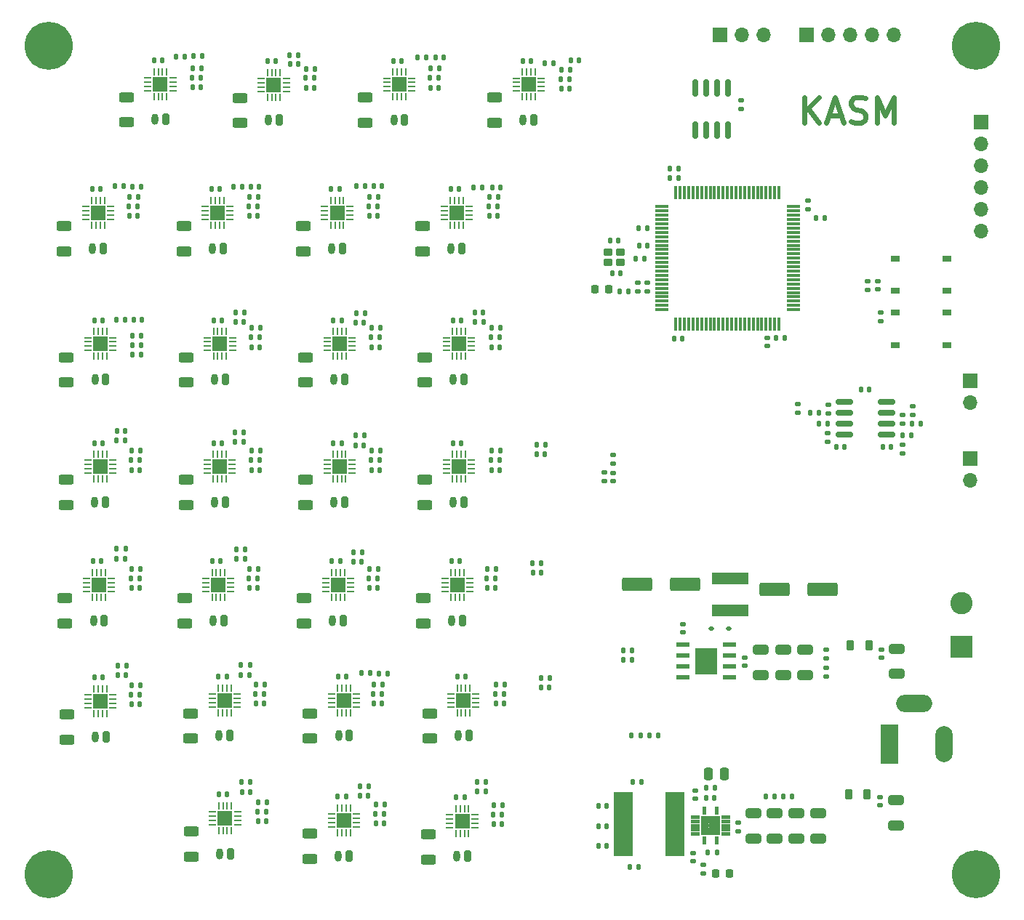
<source format=gbr>
%TF.GenerationSoftware,KiCad,Pcbnew,7.0.7*%
%TF.CreationDate,2024-01-27T11:11:08-08:00*%
%TF.ProjectId,KASM_PCB_REV1,4b41534d-5f50-4434-925f-524556312e6b,rev?*%
%TF.SameCoordinates,Original*%
%TF.FileFunction,Soldermask,Top*%
%TF.FilePolarity,Negative*%
%FSLAX46Y46*%
G04 Gerber Fmt 4.6, Leading zero omitted, Abs format (unit mm)*
G04 Created by KiCad (PCBNEW 7.0.7) date 2024-01-27 11:11:08*
%MOMM*%
%LPD*%
G01*
G04 APERTURE LIST*
G04 Aperture macros list*
%AMRoundRect*
0 Rectangle with rounded corners*
0 $1 Rounding radius*
0 $2 $3 $4 $5 $6 $7 $8 $9 X,Y pos of 4 corners*
0 Add a 4 corners polygon primitive as box body*
4,1,4,$2,$3,$4,$5,$6,$7,$8,$9,$2,$3,0*
0 Add four circle primitives for the rounded corners*
1,1,$1+$1,$2,$3*
1,1,$1+$1,$4,$5*
1,1,$1+$1,$6,$7*
1,1,$1+$1,$8,$9*
0 Add four rect primitives between the rounded corners*
20,1,$1+$1,$2,$3,$4,$5,0*
20,1,$1+$1,$4,$5,$6,$7,0*
20,1,$1+$1,$6,$7,$8,$9,0*
20,1,$1+$1,$8,$9,$2,$3,0*%
G04 Aperture macros list end*
%ADD10C,0.600000*%
%ADD11RoundRect,0.140000X0.140000X0.170000X-0.140000X0.170000X-0.140000X-0.170000X0.140000X-0.170000X0*%
%ADD12RoundRect,0.140000X-0.170000X0.140000X-0.170000X-0.140000X0.170000X-0.140000X0.170000X0.140000X0*%
%ADD13RoundRect,0.140000X0.170000X-0.140000X0.170000X0.140000X-0.170000X0.140000X-0.170000X-0.140000X0*%
%ADD14RoundRect,0.250000X-0.650000X0.325000X-0.650000X-0.325000X0.650000X-0.325000X0.650000X0.325000X0*%
%ADD15R,0.863600X0.254000*%
%ADD16R,0.254000X0.863600*%
%ADD17R,1.803400X1.803400*%
%ADD18RoundRect,0.135000X-0.135000X-0.185000X0.135000X-0.185000X0.135000X0.185000X-0.135000X0.185000X0*%
%ADD19RoundRect,0.135000X-0.185000X0.135000X-0.185000X-0.135000X0.185000X-0.135000X0.185000X0.135000X0*%
%ADD20RoundRect,0.135000X0.135000X0.185000X-0.135000X0.185000X-0.135000X-0.185000X0.135000X-0.185000X0*%
%ADD21RoundRect,0.200000X0.200000X0.450000X-0.200000X0.450000X-0.200000X-0.450000X0.200000X-0.450000X0*%
%ADD22O,0.800000X1.300000*%
%ADD23R,1.700000X1.700000*%
%ADD24O,1.700000X1.700000*%
%ADD25RoundRect,0.140000X-0.140000X-0.170000X0.140000X-0.170000X0.140000X0.170000X-0.140000X0.170000X0*%
%ADD26RoundRect,0.250000X-0.625000X0.312500X-0.625000X-0.312500X0.625000X-0.312500X0.625000X0.312500X0*%
%ADD27RoundRect,0.218750X-0.218750X-0.256250X0.218750X-0.256250X0.218750X0.256250X-0.218750X0.256250X0*%
%ADD28R,1.000000X0.750000*%
%ADD29C,5.600000*%
%ADD30RoundRect,0.150000X-0.825000X-0.150000X0.825000X-0.150000X0.825000X0.150000X-0.825000X0.150000X0*%
%ADD31R,1.550000X0.600000*%
%ADD32R,2.600000X3.100000*%
%ADD33RoundRect,0.218750X0.218750X0.256250X-0.218750X0.256250X-0.218750X-0.256250X0.218750X-0.256250X0*%
%ADD34RoundRect,0.075000X-0.725000X-0.075000X0.725000X-0.075000X0.725000X0.075000X-0.725000X0.075000X0*%
%ADD35RoundRect,0.075000X-0.075000X-0.725000X0.075000X-0.725000X0.075000X0.725000X-0.075000X0.725000X0*%
%ADD36R,0.280000X0.850000*%
%ADD37R,0.850000X0.280000*%
%ADD38C,0.600000*%
%ADD39RoundRect,0.250000X1.500000X0.550000X-1.500000X0.550000X-1.500000X-0.550000X1.500000X-0.550000X0*%
%ADD40RoundRect,0.250000X0.250000X0.475000X-0.250000X0.475000X-0.250000X-0.475000X0.250000X-0.475000X0*%
%ADD41RoundRect,0.135000X0.185000X-0.135000X0.185000X0.135000X-0.185000X0.135000X-0.185000X-0.135000X0*%
%ADD42R,2.000000X4.600000*%
%ADD43O,2.000000X4.200000*%
%ADD44O,4.200000X2.000000*%
%ADD45R,4.200000X1.400000*%
%ADD46RoundRect,0.150000X-0.150000X0.825000X-0.150000X-0.825000X0.150000X-0.825000X0.150000X0.825000X0*%
%ADD47RoundRect,0.218750X0.218750X0.381250X-0.218750X0.381250X-0.218750X-0.381250X0.218750X-0.381250X0*%
%ADD48R,2.200000X7.500000*%
%ADD49RoundRect,0.112500X0.187500X0.112500X-0.187500X0.112500X-0.187500X-0.112500X0.187500X-0.112500X0*%
%ADD50RoundRect,0.250000X-1.500000X-0.550000X1.500000X-0.550000X1.500000X0.550000X-1.500000X0.550000X0*%
%ADD51RoundRect,0.102000X-0.373000X-0.323000X0.373000X-0.323000X0.373000X0.323000X-0.373000X0.323000X0*%
%ADD52R,2.600000X2.600000*%
%ADD53C,2.600000*%
G04 APERTURE END LIST*
D10*
X156582421Y-58529657D02*
X156582421Y-55529657D01*
X158296707Y-58529657D02*
X157010993Y-56815371D01*
X158296707Y-55529657D02*
X156582421Y-57243942D01*
X159439564Y-57672514D02*
X160868136Y-57672514D01*
X159153850Y-58529657D02*
X160153850Y-55529657D01*
X160153850Y-55529657D02*
X161153850Y-58529657D01*
X162010993Y-58386800D02*
X162439565Y-58529657D01*
X162439565Y-58529657D02*
X163153850Y-58529657D01*
X163153850Y-58529657D02*
X163439565Y-58386800D01*
X163439565Y-58386800D02*
X163582422Y-58243942D01*
X163582422Y-58243942D02*
X163725279Y-57958228D01*
X163725279Y-57958228D02*
X163725279Y-57672514D01*
X163725279Y-57672514D02*
X163582422Y-57386800D01*
X163582422Y-57386800D02*
X163439565Y-57243942D01*
X163439565Y-57243942D02*
X163153850Y-57101085D01*
X163153850Y-57101085D02*
X162582422Y-56958228D01*
X162582422Y-56958228D02*
X162296707Y-56815371D01*
X162296707Y-56815371D02*
X162153850Y-56672514D01*
X162153850Y-56672514D02*
X162010993Y-56386800D01*
X162010993Y-56386800D02*
X162010993Y-56101085D01*
X162010993Y-56101085D02*
X162153850Y-55815371D01*
X162153850Y-55815371D02*
X162296707Y-55672514D01*
X162296707Y-55672514D02*
X162582422Y-55529657D01*
X162582422Y-55529657D02*
X163296707Y-55529657D01*
X163296707Y-55529657D02*
X163725279Y-55672514D01*
X165010993Y-58529657D02*
X165010993Y-55529657D01*
X165010993Y-55529657D02*
X166010993Y-57672514D01*
X166010993Y-57672514D02*
X167010993Y-55529657D01*
X167010993Y-55529657D02*
X167010993Y-58529657D01*
%TO.C,U2*%
G36*
X147923944Y-141608953D02*
G01*
X146934057Y-141608953D01*
X146934057Y-141189046D01*
X147923944Y-141189046D01*
X147923944Y-141608953D01*
G37*
G36*
X147923944Y-141108952D02*
G01*
X146934057Y-141108952D01*
X146934057Y-140689044D01*
X147923944Y-140689044D01*
X147923944Y-141108952D01*
G37*
G36*
X147923944Y-140608953D02*
G01*
X146934057Y-140608953D01*
X146934057Y-140189045D01*
X147923944Y-140189045D01*
X147923944Y-140608953D01*
G37*
G36*
X147923944Y-140108954D02*
G01*
X146934057Y-140108954D01*
X146934057Y-139689046D01*
X147923944Y-139689046D01*
X147923944Y-140108954D01*
G37*
G36*
X147923944Y-139608952D02*
G01*
X146934057Y-139608952D01*
X146934057Y-139189045D01*
X147923944Y-139189045D01*
X147923944Y-139608952D01*
G37*
G36*
X146748501Y-141487499D02*
G01*
X146253701Y-141487499D01*
X146253701Y-139310499D01*
X146748501Y-139310499D01*
X146748501Y-141487499D01*
G37*
G36*
X146748501Y-141487499D02*
G01*
X144571501Y-141487499D01*
X144571501Y-140992699D01*
X146748501Y-140992699D01*
X146748501Y-141487499D01*
G37*
G36*
X146748501Y-140592699D02*
G01*
X144571501Y-140592699D01*
X144571501Y-140205299D01*
X146748501Y-140205299D01*
X146748501Y-140592699D01*
G37*
G36*
X146748501Y-139805299D02*
G01*
X144571501Y-139805299D01*
X144571501Y-139310499D01*
X146748501Y-139310499D01*
X146748501Y-139805299D01*
G37*
G36*
X146619956Y-142624941D02*
G01*
X146200048Y-142624941D01*
X146200048Y-141635057D01*
X146619956Y-141635057D01*
X146619956Y-142624941D01*
G37*
G36*
X146619956Y-139162941D02*
G01*
X146200048Y-139162941D01*
X146200048Y-138173057D01*
X146619956Y-138173057D01*
X146619956Y-139162941D01*
G37*
G36*
X145853701Y-141487499D02*
G01*
X145466301Y-141487499D01*
X145466301Y-139310499D01*
X145853701Y-139310499D01*
X145853701Y-141487499D01*
G37*
G36*
X145119954Y-142624941D02*
G01*
X144700046Y-142624941D01*
X144700046Y-141635057D01*
X145119954Y-141635057D01*
X145119954Y-142624941D01*
G37*
G36*
X145119954Y-139162941D02*
G01*
X144700046Y-139162941D01*
X144700046Y-138173057D01*
X145119954Y-138173057D01*
X145119954Y-139162941D01*
G37*
G36*
X145066301Y-141487499D02*
G01*
X144571501Y-141487499D01*
X144571501Y-139310499D01*
X145066301Y-139310499D01*
X145066301Y-141487499D01*
G37*
G36*
X144385945Y-141608953D02*
G01*
X143396058Y-141608953D01*
X143396058Y-141189046D01*
X144385945Y-141189046D01*
X144385945Y-141608953D01*
G37*
G36*
X144385945Y-141108952D02*
G01*
X143396058Y-141108952D01*
X143396058Y-140689044D01*
X144385945Y-140689044D01*
X144385945Y-141108952D01*
G37*
G36*
X144385945Y-140608953D02*
G01*
X143396058Y-140608953D01*
X143396058Y-140189045D01*
X144385945Y-140189045D01*
X144385945Y-140608953D01*
G37*
G36*
X144385945Y-140108954D02*
G01*
X143396058Y-140108954D01*
X143396058Y-139689046D01*
X144385945Y-139689046D01*
X144385945Y-140108954D01*
G37*
G36*
X144385945Y-139608952D02*
G01*
X143396058Y-139608952D01*
X143396058Y-139189045D01*
X144385945Y-139189045D01*
X144385945Y-139608952D01*
G37*
%TD*%
D11*
%TO.C,C76*%
X166697600Y-96316800D03*
X165737600Y-96316800D03*
%TD*%
%TO.C,C75*%
X161262000Y-96266000D03*
X160302000Y-96266000D03*
%TD*%
D12*
%TO.C,C74*%
X169164000Y-92529600D03*
X169164000Y-91569600D03*
%TD*%
D13*
%TO.C,C73*%
X155803600Y-91315600D03*
X155803600Y-92275600D03*
%TD*%
D14*
%TO.C,C43*%
X167208200Y-137437600D03*
X167208200Y-140387600D03*
%TD*%
%TO.C,C41*%
X167335200Y-119784600D03*
X167335200Y-122734600D03*
%TD*%
D15*
%TO.C,U39*%
X87097326Y-83544627D03*
X87097326Y-84044753D03*
X87097326Y-84544879D03*
X87097326Y-85045005D03*
D16*
X87794937Y-85742616D03*
X88295063Y-85742616D03*
X88795189Y-85742616D03*
X89295315Y-85742616D03*
D15*
X89992926Y-85045005D03*
X89992926Y-84544879D03*
X89992926Y-84044753D03*
X89992926Y-83544627D03*
D16*
X89295315Y-82847016D03*
X88795189Y-82847016D03*
X88295063Y-82847016D03*
X87794937Y-82847016D03*
D17*
X88545126Y-84294816D03*
%TD*%
D18*
%TO.C,R134*%
X106172000Y-96744200D03*
X107192000Y-96744200D03*
%TD*%
D19*
%TO.C,R24*%
X134355600Y-97205800D03*
X134355600Y-98225800D03*
%TD*%
D18*
%TO.C,R28*%
X104412000Y-65869600D03*
X105432000Y-65869600D03*
%TD*%
D20*
%TO.C,R27*%
X125958600Y-109822200D03*
X124938600Y-109822200D03*
%TD*%
D21*
%TO.C,J38*%
X116974726Y-88409616D03*
D22*
X115724726Y-88409616D03*
%TD*%
D15*
%TO.C,U49*%
X115456510Y-125068611D03*
X115456510Y-125568737D03*
X115456510Y-126068863D03*
X115456510Y-126568989D03*
D16*
X116154121Y-127266600D03*
X116654247Y-127266600D03*
X117154373Y-127266600D03*
X117654499Y-127266600D03*
D15*
X118352110Y-126568989D03*
X118352110Y-126068863D03*
X118352110Y-125568737D03*
X118352110Y-125068611D03*
D16*
X117654499Y-124371000D03*
X117154373Y-124371000D03*
X116654247Y-124371000D03*
X116154121Y-124371000D03*
D17*
X116904310Y-125818800D03*
%TD*%
D15*
%TO.C,U40*%
X73179452Y-97848211D03*
X73179452Y-98348337D03*
X73179452Y-98848463D03*
X73179452Y-99348589D03*
D16*
X73877063Y-100046200D03*
X74377189Y-100046200D03*
X74877315Y-100046200D03*
X75377441Y-100046200D03*
D15*
X76075052Y-99348589D03*
X76075052Y-98848463D03*
X76075052Y-98348337D03*
X76075052Y-97848211D03*
D16*
X75377441Y-97150600D03*
X74877315Y-97150600D03*
X74377189Y-97150600D03*
X73877063Y-97150600D03*
D17*
X74627252Y-98598400D03*
%TD*%
D23*
%TO.C,J7*%
X146735800Y-48260000D03*
D24*
X149275800Y-48260000D03*
X151815800Y-48260000D03*
%TD*%
D25*
%TO.C,C24*%
X137340400Y-72872600D03*
X138300400Y-72872600D03*
%TD*%
D11*
%TO.C,C22*%
X142364400Y-83642200D03*
X141404400Y-83642200D03*
%TD*%
D21*
%TO.C,J44*%
X89146852Y-102713200D03*
D22*
X87896852Y-102713200D03*
%TD*%
D15*
%TO.C,U34*%
X101519488Y-139047011D03*
X101519488Y-139547137D03*
X101519488Y-140047263D03*
X101519488Y-140547389D03*
D16*
X102217099Y-141245000D03*
X102717225Y-141245000D03*
X103217351Y-141245000D03*
X103717477Y-141245000D03*
D15*
X104415088Y-140547389D03*
X104415088Y-140047263D03*
X104415088Y-139547137D03*
X104415088Y-139047011D03*
D16*
X103717477Y-138349400D03*
X103217351Y-138349400D03*
X102717225Y-138349400D03*
X102217099Y-138349400D03*
D17*
X102967288Y-139797200D03*
%TD*%
D25*
%TO.C,C71*%
X113616800Y-50927000D03*
X114576800Y-50927000D03*
%TD*%
%TO.C,C59*%
X107085800Y-122716400D03*
X108045800Y-122716400D03*
%TD*%
D26*
%TO.C,R147*%
X98322800Y-113913490D03*
X98322800Y-116838490D03*
%TD*%
D14*
%TO.C,C9*%
X158191200Y-138933400D03*
X158191200Y-141883400D03*
%TD*%
D18*
%TO.C,R139*%
X106146600Y-83532816D03*
X107166600Y-83532816D03*
%TD*%
D20*
%TO.C,R37*%
X97690400Y-50647600D03*
X96670400Y-50647600D03*
%TD*%
D11*
%TO.C,C134*%
X74623297Y-66255594D03*
X73663297Y-66255594D03*
%TD*%
D25*
%TO.C,C57*%
X104091800Y-109651800D03*
X105051800Y-109651800D03*
%TD*%
D27*
%TO.C,D2*%
X146278500Y-145971000D03*
X147853500Y-145971000D03*
%TD*%
D18*
%TO.C,R133*%
X106146600Y-97836400D03*
X107166600Y-97836400D03*
%TD*%
%TO.C,R136*%
X92176600Y-97836400D03*
X93196600Y-97836400D03*
%TD*%
%TO.C,R182*%
X128261463Y-52324000D03*
X129281463Y-52324000D03*
%TD*%
D28*
%TO.C,SW1*%
X167180000Y-74325000D03*
X173180000Y-74325000D03*
X167180000Y-78075000D03*
X173180000Y-78075000D03*
%TD*%
D18*
%TO.C,R164*%
X119888000Y-67169994D03*
X120908000Y-67169994D03*
%TD*%
D25*
%TO.C,C65*%
X91094400Y-136465200D03*
X92054400Y-136465200D03*
%TD*%
D18*
%TO.C,R142*%
X106400600Y-125044200D03*
X107420600Y-125044200D03*
%TD*%
D11*
%TO.C,C117*%
X107394537Y-126161800D03*
X106434537Y-126161800D03*
%TD*%
D25*
%TO.C,C66*%
X76527600Y-109305200D03*
X77487600Y-109305200D03*
%TD*%
D26*
%TO.C,R159*%
X85125847Y-127353501D03*
X85125847Y-130278501D03*
%TD*%
D15*
%TO.C,U56*%
X114743463Y-111628600D03*
X114743463Y-112128726D03*
X114743463Y-112628852D03*
X114743463Y-113128978D03*
D16*
X115441074Y-113826589D03*
X115941200Y-113826589D03*
X116441326Y-113826589D03*
X116941452Y-113826589D03*
D15*
X117639063Y-113128978D03*
X117639063Y-112628852D03*
X117639063Y-112128726D03*
X117639063Y-111628600D03*
D16*
X116941452Y-110930989D03*
X116441326Y-110930989D03*
X115941200Y-110930989D03*
X115441074Y-110930989D03*
D17*
X116191263Y-112378789D03*
%TD*%
D29*
%TO.C,H2*%
X68580000Y-146050000D03*
%TD*%
D11*
%TO.C,C118*%
X117003663Y-137106155D03*
X116043663Y-137106155D03*
%TD*%
%TO.C,C138*%
X102443297Y-66255594D03*
X101483297Y-66255594D03*
%TD*%
D13*
%TO.C,C29*%
X138303000Y-78127800D03*
X138303000Y-77167800D03*
%TD*%
D21*
%TO.C,J8*%
X75260474Y-130043600D03*
D22*
X74010474Y-130043600D03*
%TD*%
D21*
%TO.C,J40*%
X89752063Y-143658000D03*
D22*
X88502063Y-143658000D03*
%TD*%
D18*
%TO.C,R109*%
X113004600Y-53305800D03*
X114024600Y-53305800D03*
%TD*%
D26*
%TO.C,R165*%
X70676663Y-85829517D03*
X70676663Y-88754517D03*
%TD*%
D12*
%TO.C,C30*%
X137185400Y-77167800D03*
X137185400Y-78127800D03*
%TD*%
D18*
%TO.C,R116*%
X91948000Y-110524589D03*
X92968000Y-110524589D03*
%TD*%
D11*
%TO.C,C33*%
X134896800Y-72212200D03*
X133936800Y-72212200D03*
%TD*%
D15*
%TO.C,U55*%
X100744097Y-68274005D03*
X100744097Y-68774131D03*
X100744097Y-69274257D03*
X100744097Y-69774383D03*
D16*
X101441708Y-70471994D03*
X101941834Y-70471994D03*
X102441960Y-70471994D03*
X102942086Y-70471994D03*
D15*
X103639697Y-69774383D03*
X103639697Y-69274257D03*
X103639697Y-68774131D03*
X103639697Y-68274005D03*
D16*
X102942086Y-67576394D03*
X102441960Y-67576394D03*
X101941834Y-67576394D03*
X101441708Y-67576394D03*
D17*
X102191897Y-69024194D03*
%TD*%
D25*
%TO.C,C60*%
X104320400Y-81813400D03*
X105280400Y-81813400D03*
%TD*%
D30*
%TO.C,U4*%
X161208000Y-91054233D03*
X161208000Y-92324233D03*
X161208000Y-93594233D03*
X161208000Y-94864233D03*
X166158000Y-94864233D03*
X166158000Y-93594233D03*
X166158000Y-92324233D03*
X166158000Y-91054233D03*
%TD*%
D23*
%TO.C,J5*%
X177165000Y-58420000D03*
D24*
X177165000Y-60960000D03*
X177165000Y-63500000D03*
X177165000Y-66040000D03*
X177165000Y-68580000D03*
X177165000Y-71120000D03*
%TD*%
D25*
%TO.C,C72*%
X85496400Y-50774600D03*
X86456400Y-50774600D03*
%TD*%
D18*
%TO.C,R131*%
X78232000Y-96744200D03*
X79252000Y-96744200D03*
%TD*%
D26*
%TO.C,R120*%
X70502800Y-113913490D03*
X70502800Y-116838490D03*
%TD*%
D18*
%TO.C,R33*%
X78206600Y-125166800D03*
X79226600Y-125166800D03*
%TD*%
%TO.C,R30*%
X76310000Y-65929400D03*
X77330000Y-65929400D03*
%TD*%
D15*
%TO.C,U37*%
X73013463Y-111628600D03*
X73013463Y-112128726D03*
X73013463Y-112628852D03*
X73013463Y-113128978D03*
D16*
X73711074Y-113826589D03*
X74211200Y-113826589D03*
X74711326Y-113826589D03*
X75211452Y-113826589D03*
D15*
X75909063Y-113128978D03*
X75909063Y-112628852D03*
X75909063Y-112128726D03*
X75909063Y-111628600D03*
D16*
X75211452Y-110930989D03*
X74711326Y-110930989D03*
X74211200Y-110930989D03*
X73711074Y-110930989D03*
D17*
X74461263Y-112378789D03*
%TD*%
D20*
%TO.C,R39*%
X126443200Y-96037400D03*
X125423200Y-96037400D03*
%TD*%
D31*
%TO.C,U1*%
X142426000Y-119351200D03*
X142426000Y-120621200D03*
X142426000Y-121891200D03*
X142426000Y-123161200D03*
X147826000Y-123161200D03*
X147826000Y-121891200D03*
X147826000Y-120621200D03*
X147826000Y-119351200D03*
D32*
X145126000Y-121256200D03*
%TD*%
D11*
%TO.C,C111*%
X107140537Y-98954000D03*
X106180537Y-98954000D03*
%TD*%
D25*
%TO.C,C58*%
X118523600Y-136423400D03*
X119483600Y-136423400D03*
%TD*%
D21*
%TO.C,J35*%
X110046663Y-58182600D03*
D22*
X108796663Y-58182600D03*
%TD*%
D19*
%TO.C,R19*%
X168026400Y-92576233D03*
X168026400Y-93596233D03*
%TD*%
D29*
%TO.C,H4*%
X176530000Y-146050000D03*
%TD*%
D18*
%TO.C,R118*%
X120116600Y-83532816D03*
X121136600Y-83532816D03*
%TD*%
D11*
%TO.C,C95*%
X113998537Y-54423400D03*
X113038537Y-54423400D03*
%TD*%
D21*
%TO.C,J13*%
X82215863Y-58125574D03*
D22*
X80965863Y-58125574D03*
%TD*%
D25*
%TO.C,C52*%
X120246200Y-66040000D03*
X121206200Y-66040000D03*
%TD*%
D11*
%TO.C,C112*%
X88788652Y-95829800D03*
X87828652Y-95829800D03*
%TD*%
%TO.C,C135*%
X78946537Y-69379794D03*
X77986537Y-69379794D03*
%TD*%
D20*
%TO.C,R12*%
X136120600Y-78155800D03*
X135100600Y-78155800D03*
%TD*%
D11*
%TO.C,C110*%
X102698652Y-95829800D03*
X101738652Y-95829800D03*
%TD*%
%TO.C,C125*%
X99520537Y-54432200D03*
X98560537Y-54432200D03*
%TD*%
D18*
%TO.C,R128*%
X92202000Y-82440616D03*
X93222000Y-82440616D03*
%TD*%
D20*
%TO.C,R36*%
X126951200Y-123190000D03*
X125931200Y-123190000D03*
%TD*%
D11*
%TO.C,C101*%
X121110537Y-84650416D03*
X120150537Y-84650416D03*
%TD*%
D18*
%TO.C,R2*%
X135507000Y-120015000D03*
X136527000Y-120015000D03*
%TD*%
D33*
%TO.C,L3*%
X133807300Y-77927200D03*
X132232300Y-77927200D03*
%TD*%
D21*
%TO.C,J48*%
X102890863Y-116493589D03*
D22*
X101640863Y-116493589D03*
%TD*%
D15*
%TO.C,U12*%
X107989263Y-53317611D03*
X107989263Y-53817737D03*
X107989263Y-54317863D03*
X107989263Y-54817989D03*
D16*
X108686874Y-55515600D03*
X109187000Y-55515600D03*
X109687126Y-55515600D03*
X110187252Y-55515600D03*
D15*
X110884863Y-54817989D03*
X110884863Y-54317863D03*
X110884863Y-53817737D03*
X110884863Y-53317611D03*
D16*
X110187252Y-52620000D03*
X109687126Y-52620000D03*
X109187000Y-52620000D03*
X108686874Y-52620000D03*
D17*
X109437063Y-54067800D03*
%TD*%
D11*
%TO.C,C130*%
X116353297Y-66255594D03*
X115393297Y-66255594D03*
%TD*%
D18*
%TO.C,R56*%
X111554800Y-50927000D03*
X112574800Y-50927000D03*
%TD*%
D20*
%TO.C,R55*%
X77647800Y-121793000D03*
X76627800Y-121793000D03*
%TD*%
D13*
%TO.C,C21*%
X149174200Y-56893400D03*
X149174200Y-55933400D03*
%TD*%
D20*
%TO.C,R8*%
X153087800Y-137004800D03*
X152067800Y-137004800D03*
%TD*%
D18*
%TO.C,R125*%
X92964000Y-137668000D03*
X93984000Y-137668000D03*
%TD*%
D19*
%TO.C,R1*%
X159131000Y-119936800D03*
X159131000Y-120956800D03*
%TD*%
D25*
%TO.C,C69*%
X104833000Y-136915000D03*
X105793000Y-136915000D03*
%TD*%
D34*
%TO.C,U6*%
X139949800Y-68295000D03*
X139949800Y-68795000D03*
X139949800Y-69295000D03*
X139949800Y-69795000D03*
X139949800Y-70295000D03*
X139949800Y-70795000D03*
X139949800Y-71295000D03*
X139949800Y-71795000D03*
X139949800Y-72295000D03*
X139949800Y-72795000D03*
X139949800Y-73295000D03*
X139949800Y-73795000D03*
X139949800Y-74295000D03*
X139949800Y-74795000D03*
X139949800Y-75295000D03*
X139949800Y-75795000D03*
X139949800Y-76295000D03*
X139949800Y-76795000D03*
X139949800Y-77295000D03*
X139949800Y-77795000D03*
X139949800Y-78295000D03*
X139949800Y-78795000D03*
X139949800Y-79295000D03*
X139949800Y-79795000D03*
X139949800Y-80295000D03*
D35*
X141624800Y-81970000D03*
X142124800Y-81970000D03*
X142624800Y-81970000D03*
X143124800Y-81970000D03*
X143624800Y-81970000D03*
X144124800Y-81970000D03*
X144624800Y-81970000D03*
X145124800Y-81970000D03*
X145624800Y-81970000D03*
X146124800Y-81970000D03*
X146624800Y-81970000D03*
X147124800Y-81970000D03*
X147624800Y-81970000D03*
X148124800Y-81970000D03*
X148624800Y-81970000D03*
X149124800Y-81970000D03*
X149624800Y-81970000D03*
X150124800Y-81970000D03*
X150624800Y-81970000D03*
X151124800Y-81970000D03*
X151624800Y-81970000D03*
X152124800Y-81970000D03*
X152624800Y-81970000D03*
X153124800Y-81970000D03*
X153624800Y-81970000D03*
D34*
X155299800Y-80295000D03*
X155299800Y-79795000D03*
X155299800Y-79295000D03*
X155299800Y-78795000D03*
X155299800Y-78295000D03*
X155299800Y-77795000D03*
X155299800Y-77295000D03*
X155299800Y-76795000D03*
X155299800Y-76295000D03*
X155299800Y-75795000D03*
X155299800Y-75295000D03*
X155299800Y-74795000D03*
X155299800Y-74295000D03*
X155299800Y-73795000D03*
X155299800Y-73295000D03*
X155299800Y-72795000D03*
X155299800Y-72295000D03*
X155299800Y-71795000D03*
X155299800Y-71295000D03*
X155299800Y-70795000D03*
X155299800Y-70295000D03*
X155299800Y-69795000D03*
X155299800Y-69295000D03*
X155299800Y-68795000D03*
X155299800Y-68295000D03*
D35*
X153624800Y-66620000D03*
X153124800Y-66620000D03*
X152624800Y-66620000D03*
X152124800Y-66620000D03*
X151624800Y-66620000D03*
X151124800Y-66620000D03*
X150624800Y-66620000D03*
X150124800Y-66620000D03*
X149624800Y-66620000D03*
X149124800Y-66620000D03*
X148624800Y-66620000D03*
X148124800Y-66620000D03*
X147624800Y-66620000D03*
X147124800Y-66620000D03*
X146624800Y-66620000D03*
X146124800Y-66620000D03*
X145624800Y-66620000D03*
X145124800Y-66620000D03*
X144624800Y-66620000D03*
X144124800Y-66620000D03*
X143624800Y-66620000D03*
X143124800Y-66620000D03*
X142624800Y-66620000D03*
X142124800Y-66620000D03*
X141624800Y-66620000D03*
%TD*%
D20*
%TO.C,R47*%
X105337800Y-94945200D03*
X104317800Y-94945200D03*
%TD*%
D11*
%TO.C,C99*%
X92916537Y-112734389D03*
X91956537Y-112734389D03*
%TD*%
%TO.C,C27*%
X141907200Y-63830200D03*
X140947200Y-63830200D03*
%TD*%
D18*
%TO.C,R57*%
X83433600Y-50783600D03*
X84453600Y-50783600D03*
%TD*%
D26*
%TO.C,R138*%
X98496663Y-85829517D03*
X98496663Y-88754517D03*
%TD*%
%TO.C,R168*%
X70413434Y-70558895D03*
X70413434Y-73483895D03*
%TD*%
D18*
%TO.C,R29*%
X90091800Y-66014600D03*
X91111800Y-66014600D03*
%TD*%
D20*
%TO.C,R46*%
X91315000Y-94615000D03*
X90295000Y-94615000D03*
%TD*%
D14*
%TO.C,C4*%
X156692600Y-119937000D03*
X156692600Y-122887000D03*
%TD*%
D21*
%TO.C,J43*%
X103056852Y-102713200D03*
D22*
X101806852Y-102713200D03*
%TD*%
D18*
%TO.C,R157*%
X120624600Y-125044200D03*
X121644600Y-125044200D03*
%TD*%
D26*
%TO.C,R132*%
X98488789Y-100133101D03*
X98488789Y-103058101D03*
%TD*%
D11*
%TO.C,C67*%
X119174200Y-80594200D03*
X118214200Y-80594200D03*
%TD*%
D36*
%TO.C,U2*%
X146410002Y-142129999D03*
D37*
X147429002Y-141399000D03*
X147429002Y-140898998D03*
X147429002Y-140398999D03*
X147429002Y-139899000D03*
X147429002Y-139398998D03*
D36*
X146410002Y-138667999D03*
X144910000Y-138667999D03*
D37*
X143891000Y-139398998D03*
X143891000Y-139899000D03*
X143891000Y-140398999D03*
X143891000Y-140898998D03*
X143891000Y-141399000D03*
D36*
X144910000Y-142129999D03*
D38*
X146053701Y-140792699D03*
X146053701Y-140005299D03*
X145266301Y-140792699D03*
X145266301Y-140005299D03*
%TD*%
D15*
%TO.C,U47*%
X114909452Y-97848211D03*
X114909452Y-98348337D03*
X114909452Y-98848463D03*
X114909452Y-99348589D03*
D16*
X115607063Y-100046200D03*
X116107189Y-100046200D03*
X116607315Y-100046200D03*
X117107441Y-100046200D03*
D15*
X117805052Y-99348589D03*
X117805052Y-98848463D03*
X117805052Y-98348337D03*
X117805052Y-97848211D03*
D16*
X117107441Y-97150600D03*
X116607315Y-97150600D03*
X116107189Y-97150600D03*
X115607063Y-97150600D03*
D17*
X116357252Y-98598400D03*
%TD*%
D26*
%TO.C,R111*%
X99008825Y-141331901D03*
X99008825Y-144256901D03*
%TD*%
D18*
%TO.C,R152*%
X120142000Y-96744200D03*
X121162000Y-96744200D03*
%TD*%
D19*
%TO.C,R6*%
X144780000Y-144953000D03*
X144780000Y-145973000D03*
%TD*%
D12*
%TO.C,C12*%
X143611600Y-143586000D03*
X143611600Y-144546000D03*
%TD*%
D21*
%TO.C,J52*%
X89693910Y-129933600D03*
D22*
X88443910Y-129933600D03*
%TD*%
D25*
%TO.C,C62*%
X104327800Y-96088200D03*
X105287800Y-96088200D03*
%TD*%
D18*
%TO.C,R21*%
X167999000Y-94889633D03*
X169019000Y-94889633D03*
%TD*%
%TO.C,R161*%
X92710000Y-123964600D03*
X93730000Y-123964600D03*
%TD*%
D11*
%TO.C,C116*%
X103245710Y-123050200D03*
X102285710Y-123050200D03*
%TD*%
%TO.C,C128*%
X89335710Y-123050200D03*
X88375710Y-123050200D03*
%TD*%
%TO.C,C114*%
X102706526Y-81526216D03*
X101746526Y-81526216D03*
%TD*%
%TO.C,C14*%
X133576000Y-138147800D03*
X132616000Y-138147800D03*
%TD*%
D21*
%TO.C,J50*%
X95423488Y-58208000D03*
D22*
X94173488Y-58208000D03*
%TD*%
D11*
%TO.C,C127*%
X121618537Y-126161800D03*
X120658537Y-126161800D03*
%TD*%
%TO.C,C123*%
X121110537Y-98954000D03*
X120150537Y-98954000D03*
%TD*%
D20*
%TO.C,R23*%
X127408400Y-51587400D03*
X126388400Y-51587400D03*
%TD*%
D15*
%TO.C,U36*%
X114917326Y-83544627D03*
X114917326Y-84044753D03*
X114917326Y-84544879D03*
X114917326Y-85045005D03*
D16*
X115614937Y-85742616D03*
X116115063Y-85742616D03*
X116615189Y-85742616D03*
X117115315Y-85742616D03*
D15*
X117812926Y-85045005D03*
X117812926Y-84544879D03*
X117812926Y-84044753D03*
X117812926Y-83544627D03*
D16*
X117115315Y-82847016D03*
X116615189Y-82847016D03*
X116115063Y-82847016D03*
X115614937Y-82847016D03*
D17*
X116365126Y-84294816D03*
%TD*%
D18*
%TO.C,R43*%
X105052400Y-122656600D03*
X106072400Y-122656600D03*
%TD*%
%TO.C,R7*%
X136470200Y-129867400D03*
X137490200Y-129867400D03*
%TD*%
%TO.C,R176*%
X105918000Y-67169994D03*
X106938000Y-67169994D03*
%TD*%
D12*
%TO.C,C38*%
X134355600Y-99293200D03*
X134355600Y-100253200D03*
%TD*%
%TO.C,C32*%
X165100000Y-76970000D03*
X165100000Y-77930000D03*
%TD*%
D18*
%TO.C,R34*%
X118082600Y-66040000D03*
X119102600Y-66040000D03*
%TD*%
%TO.C,R178*%
X119608600Y-111616789D03*
X120628600Y-111616789D03*
%TD*%
D20*
%TO.C,R44*%
X105412000Y-80721200D03*
X104392000Y-80721200D03*
%TD*%
D25*
%TO.C,C49*%
X78384400Y-65938400D03*
X79344400Y-65938400D03*
%TD*%
D21*
%TO.C,J56*%
X88891497Y-73138994D03*
D22*
X87641497Y-73138994D03*
%TD*%
D26*
%TO.C,R162*%
X112143434Y-70558895D03*
X112143434Y-73483895D03*
%TD*%
D18*
%TO.C,R166*%
X78357000Y-84429600D03*
X79377000Y-84429600D03*
%TD*%
D23*
%TO.C,J3*%
X175900000Y-97678233D03*
D24*
X175900000Y-100218233D03*
%TD*%
D12*
%TO.C,C44*%
X165354000Y-137061000D03*
X165354000Y-138021000D03*
%TD*%
D39*
%TO.C,C7*%
X142697200Y-112318800D03*
X137097200Y-112318800D03*
%TD*%
D21*
%TO.C,J37*%
X88980863Y-116493589D03*
D22*
X87730863Y-116493589D03*
%TD*%
D18*
%TO.C,R113*%
X106680000Y-137943000D03*
X107700000Y-137943000D03*
%TD*%
D26*
%TO.C,R141*%
X99035847Y-127353501D03*
X99035847Y-130278501D03*
%TD*%
D25*
%TO.C,C64*%
X90370600Y-81686400D03*
X91330600Y-81686400D03*
%TD*%
D19*
%TO.C,R22*%
X168051800Y-96005233D03*
X168051800Y-97025233D03*
%TD*%
D26*
%TO.C,R177*%
X112232800Y-113913490D03*
X112232800Y-116838490D03*
%TD*%
D11*
%TO.C,C139*%
X106886537Y-69379794D03*
X105926537Y-69379794D03*
%TD*%
D25*
%TO.C,C13*%
X136629200Y-135277600D03*
X137589200Y-135277600D03*
%TD*%
D21*
%TO.C,J54*%
X75244726Y-88409616D03*
D22*
X73994726Y-88409616D03*
%TD*%
D21*
%TO.C,J41*%
X89154726Y-88409616D03*
D22*
X87904726Y-88409616D03*
%TD*%
D18*
%TO.C,R32*%
X76502800Y-81457800D03*
X77522800Y-81457800D03*
%TD*%
D11*
%TO.C,C137*%
X92916537Y-69379794D03*
X91956537Y-69379794D03*
%TD*%
D25*
%TO.C,C45*%
X124985400Y-110896400D03*
X125945400Y-110896400D03*
%TD*%
D14*
%TO.C,C3*%
X154127200Y-119937000D03*
X154127200Y-122887000D03*
%TD*%
D25*
%TO.C,C54*%
X125935800Y-124282200D03*
X126895800Y-124282200D03*
%TD*%
D18*
%TO.C,R11*%
X145133600Y-136014200D03*
X146153600Y-136014200D03*
%TD*%
%TO.C,R158*%
X120650000Y-123952000D03*
X121670000Y-123952000D03*
%TD*%
D11*
%TO.C,C107*%
X93170537Y-84650416D03*
X92210537Y-84650416D03*
%TD*%
D13*
%TO.C,C18*%
X143916400Y-137281600D03*
X143916400Y-136321600D03*
%TD*%
D15*
%TO.C,U35*%
X86923463Y-111628600D03*
X86923463Y-112128726D03*
X86923463Y-112628852D03*
X86923463Y-113128978D03*
D16*
X87621074Y-113826589D03*
X88121200Y-113826589D03*
X88621326Y-113826589D03*
X89121452Y-113826589D03*
D15*
X89819063Y-113128978D03*
X89819063Y-112628852D03*
X89819063Y-112128726D03*
X89819063Y-111628600D03*
D16*
X89121452Y-110930989D03*
X88621326Y-110930989D03*
X88121200Y-110930989D03*
X87621074Y-110930989D03*
D17*
X88371263Y-112378789D03*
%TD*%
D11*
%TO.C,C120*%
X102532663Y-109610189D03*
X101572663Y-109610189D03*
%TD*%
D15*
%TO.C,U52*%
X73187326Y-83544627D03*
X73187326Y-84044753D03*
X73187326Y-84544879D03*
X73187326Y-85045005D03*
D16*
X73884937Y-85742616D03*
X74385063Y-85742616D03*
X74885189Y-85742616D03*
X75385315Y-85742616D03*
D15*
X76082926Y-85045005D03*
X76082926Y-84544879D03*
X76082926Y-84044753D03*
X76082926Y-83544627D03*
D16*
X75385315Y-82847016D03*
X74885189Y-82847016D03*
X74385063Y-82847016D03*
X73884937Y-82847016D03*
D17*
X74635126Y-84294816D03*
%TD*%
D15*
%TO.C,U53*%
X72924097Y-68274005D03*
X72924097Y-68774131D03*
X72924097Y-69274257D03*
X72924097Y-69774383D03*
D16*
X73621708Y-70471994D03*
X74121834Y-70471994D03*
X74621960Y-70471994D03*
X75122086Y-70471994D03*
D15*
X75819697Y-69774383D03*
X75819697Y-69274257D03*
X75819697Y-68774131D03*
X75819697Y-68274005D03*
D16*
X75122086Y-67576394D03*
X74621960Y-67576394D03*
X74121834Y-67576394D03*
X73621708Y-67576394D03*
D17*
X74371897Y-69024194D03*
%TD*%
D12*
%TO.C,C93*%
X148844000Y-140080800D03*
X148844000Y-141040800D03*
%TD*%
D25*
%TO.C,C34*%
X134241600Y-76047600D03*
X135201600Y-76047600D03*
%TD*%
D18*
%TO.C,R172*%
X91922600Y-68262194D03*
X92942600Y-68262194D03*
%TD*%
D11*
%TO.C,C96*%
X103218688Y-137028600D03*
X102258688Y-137028600D03*
%TD*%
D25*
%TO.C,C53*%
X90988000Y-122834400D03*
X91948000Y-122834400D03*
%TD*%
D11*
%TO.C,C98*%
X88622663Y-109610189D03*
X87662663Y-109610189D03*
%TD*%
D21*
%TO.C,J58*%
X116800863Y-116493589D03*
D22*
X115550863Y-116493589D03*
%TD*%
D11*
%TO.C,C143*%
X129230000Y-54533800D03*
X128270000Y-54533800D03*
%TD*%
D20*
%TO.C,R49*%
X91363800Y-80594200D03*
X90343800Y-80594200D03*
%TD*%
D18*
%TO.C,R52*%
X118211600Y-81711800D03*
X119231600Y-81711800D03*
%TD*%
%TO.C,R130*%
X78206600Y-97836400D03*
X79226600Y-97836400D03*
%TD*%
%TO.C,R119*%
X120142000Y-82440616D03*
X121162000Y-82440616D03*
%TD*%
D15*
%TO.C,U54*%
X86834097Y-68274005D03*
X86834097Y-68774131D03*
X86834097Y-69274257D03*
X86834097Y-69774383D03*
D16*
X87531708Y-70471994D03*
X88031834Y-70471994D03*
X88531960Y-70471994D03*
X89032086Y-70471994D03*
D15*
X89729697Y-69774383D03*
X89729697Y-69274257D03*
X89729697Y-68774131D03*
X89729697Y-68274005D03*
D16*
X89032086Y-67576394D03*
X88531960Y-67576394D03*
X88031834Y-67576394D03*
X87531708Y-67576394D03*
D17*
X88281897Y-69024194D03*
%TD*%
D18*
%TO.C,R121*%
X78204600Y-111616789D03*
X79224600Y-111616789D03*
%TD*%
D11*
%TO.C,C94*%
X109688463Y-51299200D03*
X108728463Y-51299200D03*
%TD*%
D18*
%TO.C,R151*%
X120116600Y-97836400D03*
X121136600Y-97836400D03*
%TD*%
D11*
%TO.C,C133*%
X79350937Y-85547200D03*
X78390937Y-85547200D03*
%TD*%
D40*
%TO.C,C20*%
X147279400Y-134363200D03*
X145379400Y-134363200D03*
%TD*%
D26*
%TO.C,R108*%
X105478600Y-55602500D03*
X105478600Y-58527500D03*
%TD*%
D15*
%TO.C,U5*%
X80158463Y-53260585D03*
X80158463Y-53760711D03*
X80158463Y-54260837D03*
X80158463Y-54760963D03*
D16*
X80856074Y-55458574D03*
X81356200Y-55458574D03*
X81856326Y-55458574D03*
X82356452Y-55458574D03*
D15*
X83054063Y-54760963D03*
X83054063Y-54260837D03*
X83054063Y-53760711D03*
X83054063Y-53260585D03*
D16*
X82356452Y-52562974D03*
X81856326Y-52562974D03*
X81356200Y-52562974D03*
X80856074Y-52562974D03*
D17*
X81606263Y-54010774D03*
%TD*%
D15*
%TO.C,U44*%
X101546510Y-125068611D03*
X101546510Y-125568737D03*
X101546510Y-126068863D03*
X101546510Y-126568989D03*
D16*
X102244121Y-127266600D03*
X102744247Y-127266600D03*
X103244373Y-127266600D03*
X103744499Y-127266600D03*
D15*
X104442110Y-126568989D03*
X104442110Y-126068863D03*
X104442110Y-125568737D03*
X104442110Y-125068611D03*
D16*
X103744499Y-124371000D03*
X103244373Y-124371000D03*
X102744247Y-124371000D03*
X102244121Y-124371000D03*
D17*
X102994310Y-125818800D03*
%TD*%
D21*
%TO.C,J46*%
X103603910Y-129933600D03*
D22*
X102353910Y-129933600D03*
%TD*%
D26*
%TO.C,R126*%
X84586663Y-85829517D03*
X84586663Y-88754517D03*
%TD*%
%TO.C,R174*%
X98233434Y-70558895D03*
X98233434Y-73483895D03*
%TD*%
D15*
%TO.C,U38*%
X87694663Y-138793011D03*
X87694663Y-139293137D03*
X87694663Y-139793263D03*
X87694663Y-140293389D03*
D16*
X88392274Y-140991000D03*
X88892400Y-140991000D03*
X89392526Y-140991000D03*
X89892652Y-140991000D03*
D15*
X90590263Y-140293389D03*
X90590263Y-139793263D03*
X90590263Y-139293137D03*
X90590263Y-138793011D03*
D16*
X89892652Y-138095400D03*
X89392526Y-138095400D03*
X88892400Y-138095400D03*
X88392274Y-138095400D03*
D17*
X89142463Y-139543200D03*
%TD*%
D20*
%TO.C,R42*%
X119532400Y-135356600D03*
X118512400Y-135356600D03*
%TD*%
D18*
%TO.C,R146*%
X120396000Y-138020555D03*
X121416000Y-138020555D03*
%TD*%
D26*
%TO.C,R171*%
X84323434Y-70558895D03*
X84323434Y-73483895D03*
%TD*%
D11*
%TO.C,C106*%
X88796526Y-81526216D03*
X87836526Y-81526216D03*
%TD*%
D19*
%TO.C,R14*%
X159339600Y-91357033D03*
X159339600Y-92377033D03*
%TD*%
D11*
%TO.C,C113*%
X93170537Y-98954000D03*
X92210537Y-98954000D03*
%TD*%
%TO.C,C103*%
X79198537Y-112734389D03*
X78238537Y-112734389D03*
%TD*%
D18*
%TO.C,R154*%
X98526600Y-53314600D03*
X99546600Y-53314600D03*
%TD*%
D26*
%TO.C,R144*%
X112793800Y-141409456D03*
X112793800Y-144334456D03*
%TD*%
D18*
%TO.C,R45*%
X85344000Y-52156574D03*
X86364000Y-52156574D03*
%TD*%
D19*
%TO.C,R3*%
X159131000Y-121994200D03*
X159131000Y-123014200D03*
%TD*%
D23*
%TO.C,J6*%
X156845000Y-48260000D03*
D24*
X159385000Y-48260000D03*
X161925000Y-48260000D03*
X164465000Y-48260000D03*
X167005000Y-48260000D03*
%TD*%
D11*
%TO.C,C97*%
X107648537Y-140152800D03*
X106688537Y-140152800D03*
%TD*%
D18*
%TO.C,R137*%
X92202000Y-96744200D03*
X93222000Y-96744200D03*
%TD*%
D14*
%TO.C,C8*%
X150622000Y-138933400D03*
X150622000Y-141883400D03*
%TD*%
D12*
%TO.C,C35*%
X152273000Y-83594000D03*
X152273000Y-84554000D03*
%TD*%
D15*
%TO.C,U46*%
X100833463Y-111628600D03*
X100833463Y-112128726D03*
X100833463Y-112628852D03*
X100833463Y-113128978D03*
D16*
X101531074Y-113826589D03*
X102031200Y-113826589D03*
X102531326Y-113826589D03*
X103031452Y-113826589D03*
D15*
X103729063Y-113128978D03*
X103729063Y-112628852D03*
X103729063Y-112128726D03*
X103729063Y-111628600D03*
D16*
X103031452Y-110930989D03*
X102531326Y-110930989D03*
X102031200Y-110930989D03*
X101531074Y-110930989D03*
D17*
X102281263Y-112378789D03*
%TD*%
D25*
%TO.C,C50*%
X78488600Y-81432400D03*
X79448600Y-81432400D03*
%TD*%
D26*
%TO.C,R180*%
X120536863Y-55602500D03*
X120536863Y-58527500D03*
%TD*%
D11*
%TO.C,C16*%
X133576000Y-140471900D03*
X132616000Y-140471900D03*
%TD*%
D41*
%TO.C,R13*%
X163906200Y-77980000D03*
X163906200Y-76960000D03*
%TD*%
D18*
%TO.C,R110*%
X113030000Y-52213600D03*
X114050000Y-52213600D03*
%TD*%
D21*
%TO.C,J53*%
X116711497Y-73138994D03*
D22*
X115461497Y-73138994D03*
%TD*%
D18*
%TO.C,R179*%
X119634000Y-110524589D03*
X120654000Y-110524589D03*
%TD*%
D19*
%TO.C,R107*%
X165481000Y-80645000D03*
X165481000Y-81665000D03*
%TD*%
D11*
%TO.C,C102*%
X74712663Y-109610189D03*
X73752663Y-109610189D03*
%TD*%
D21*
%TO.C,J45*%
X103064726Y-88409616D03*
D22*
X101814726Y-88409616D03*
%TD*%
D11*
%TO.C,C131*%
X120856537Y-69379794D03*
X119896537Y-69379794D03*
%TD*%
D25*
%TO.C,C48*%
X92128400Y-65989200D03*
X93088400Y-65989200D03*
%TD*%
D26*
%TO.C,R135*%
X84578789Y-100133101D03*
X84578789Y-103058101D03*
%TD*%
D25*
%TO.C,C26*%
X140947200Y-64922400D03*
X141907200Y-64922400D03*
%TD*%
D18*
%TO.C,R181*%
X128236063Y-53416200D03*
X129256063Y-53416200D03*
%TD*%
%TO.C,R155*%
X98552000Y-52222400D03*
X99572000Y-52222400D03*
%TD*%
D21*
%TO.C,J42*%
X75236852Y-102713200D03*
D22*
X73986852Y-102713200D03*
%TD*%
D18*
%TO.C,R124*%
X92938600Y-138760200D03*
X93958600Y-138760200D03*
%TD*%
D25*
%TO.C,C15*%
X136299000Y-145209000D03*
X137259000Y-145209000D03*
%TD*%
D18*
%TO.C,R160*%
X92684600Y-125056800D03*
X93704600Y-125056800D03*
%TD*%
D21*
%TO.C,J51*%
X117513910Y-129933600D03*
D22*
X116263910Y-129933600D03*
%TD*%
D11*
%TO.C,C100*%
X116616526Y-81526216D03*
X115656526Y-81526216D03*
%TD*%
D12*
%TO.C,C39*%
X165557200Y-119913400D03*
X165557200Y-120873400D03*
%TD*%
D20*
%TO.C,R17*%
X159316200Y-93594233D03*
X158296200Y-93594233D03*
%TD*%
D15*
%TO.C,U57*%
X123047526Y-53317611D03*
X123047526Y-53817737D03*
X123047526Y-54317863D03*
X123047526Y-54817989D03*
D16*
X123745137Y-55515600D03*
X124245263Y-55515600D03*
X124745389Y-55515600D03*
X125245515Y-55515600D03*
D15*
X125943126Y-54817989D03*
X125943126Y-54317863D03*
X125943126Y-53817737D03*
X125943126Y-53317611D03*
D16*
X125245515Y-52620000D03*
X124745389Y-52620000D03*
X124245263Y-52620000D03*
X123745137Y-52620000D03*
D17*
X124495326Y-54067800D03*
%TD*%
D20*
%TO.C,R54*%
X105843800Y-135813800D03*
X104823800Y-135813800D03*
%TD*%
D18*
%TO.C,R122*%
X78230000Y-110524589D03*
X79250000Y-110524589D03*
%TD*%
%TO.C,R175*%
X105892600Y-68262194D03*
X106912600Y-68262194D03*
%TD*%
D11*
%TO.C,C132*%
X74886526Y-81526216D03*
X73926526Y-81526216D03*
%TD*%
D18*
%TO.C,R143*%
X106426000Y-123952000D03*
X107446000Y-123952000D03*
%TD*%
D21*
%TO.C,J39*%
X75070863Y-116493589D03*
D22*
X73820863Y-116493589D03*
%TD*%
D20*
%TO.C,R9*%
X146382200Y-143507200D03*
X145362200Y-143507200D03*
%TD*%
D18*
%TO.C,R140*%
X106172000Y-82440616D03*
X107192000Y-82440616D03*
%TD*%
D25*
%TO.C,C19*%
X145163600Y-137157200D03*
X146123600Y-137157200D03*
%TD*%
D15*
%TO.C,U50*%
X87636510Y-125068611D03*
X87636510Y-125568737D03*
X87636510Y-126068863D03*
X87636510Y-126568989D03*
D16*
X88334121Y-127266600D03*
X88834247Y-127266600D03*
X89334373Y-127266600D03*
X89834499Y-127266600D03*
D15*
X90532110Y-126568989D03*
X90532110Y-126068863D03*
X90532110Y-125568737D03*
X90532110Y-125068611D03*
D16*
X89834499Y-124371000D03*
X89334373Y-124371000D03*
X88834247Y-124371000D03*
X88334121Y-124371000D03*
D17*
X89084310Y-125818800D03*
%TD*%
D14*
%TO.C,C11*%
X153136600Y-138933400D03*
X153136600Y-141883400D03*
%TD*%
D11*
%TO.C,C104*%
X89393863Y-136774600D03*
X88433863Y-136774600D03*
%TD*%
D26*
%TO.C,R153*%
X90855425Y-55627901D03*
X90855425Y-58552901D03*
%TD*%
D29*
%TO.C,H1*%
X68580000Y-49530000D03*
%TD*%
D42*
%TO.C,J1*%
X166497000Y-130952000D03*
D43*
X172797000Y-130952000D03*
D44*
X169397000Y-126152000D03*
%TD*%
D20*
%TO.C,R35*%
X92026200Y-121666000D03*
X91006200Y-121666000D03*
%TD*%
D18*
%TO.C,R40*%
X78232000Y-124074600D03*
X79252000Y-124074600D03*
%TD*%
D11*
%TO.C,C126*%
X117155710Y-123050200D03*
X116195710Y-123050200D03*
%TD*%
%TO.C,C122*%
X116608652Y-95829800D03*
X115648652Y-95829800D03*
%TD*%
%TO.C,C51*%
X86312537Y-54366374D03*
X85352537Y-54366374D03*
%TD*%
D15*
%TO.C,U43*%
X101007326Y-83544627D03*
X101007326Y-84044753D03*
X101007326Y-84544879D03*
X101007326Y-85045005D03*
D16*
X101704937Y-85742616D03*
X102205063Y-85742616D03*
X102705189Y-85742616D03*
X103205315Y-85742616D03*
D15*
X103902926Y-85045005D03*
X103902926Y-84544879D03*
X103902926Y-84044753D03*
X103902926Y-83544627D03*
D16*
X103205315Y-82847016D03*
X102705189Y-82847016D03*
X102205063Y-82847016D03*
X101704937Y-82847016D03*
D17*
X102455126Y-84294816D03*
%TD*%
D20*
%TO.C,R48*%
X77527400Y-95522000D03*
X76507400Y-95522000D03*
%TD*%
D18*
%TO.C,R163*%
X119862600Y-68262194D03*
X120882600Y-68262194D03*
%TD*%
D28*
%TO.C,SW2*%
X167180000Y-80651600D03*
X173180000Y-80651600D03*
X167180000Y-84401600D03*
X173180000Y-84401600D03*
%TD*%
D23*
%TO.C,J4*%
X175875000Y-88544400D03*
D24*
X175875000Y-91084400D03*
%TD*%
D11*
%TO.C,C142*%
X124746726Y-51299200D03*
X123786726Y-51299200D03*
%TD*%
D15*
%TO.C,U45*%
X115304463Y-139124566D03*
X115304463Y-139624692D03*
X115304463Y-140124818D03*
X115304463Y-140624944D03*
D16*
X116002074Y-141322555D03*
X116502200Y-141322555D03*
X117002326Y-141322555D03*
X117502452Y-141322555D03*
D15*
X118200063Y-140624944D03*
X118200063Y-140124818D03*
X118200063Y-139624692D03*
X118200063Y-139124566D03*
D16*
X117502452Y-138426955D03*
X117002326Y-138426955D03*
X116502200Y-138426955D03*
X116002074Y-138426955D03*
D17*
X116752263Y-139874755D03*
%TD*%
D45*
%TO.C,L1*%
X147955000Y-115337200D03*
X147955000Y-111637200D03*
%TD*%
D12*
%TO.C,C25*%
X156997400Y-67617400D03*
X156997400Y-68577400D03*
%TD*%
D25*
%TO.C,C28*%
X163152200Y-89631833D03*
X164112200Y-89631833D03*
%TD*%
D18*
%TO.C,R170*%
X77978000Y-67169994D03*
X78998000Y-67169994D03*
%TD*%
%TO.C,R149*%
X105918000Y-110524589D03*
X106938000Y-110524589D03*
%TD*%
D11*
%TO.C,C23*%
X154277000Y-83616800D03*
X153317000Y-83616800D03*
%TD*%
D20*
%TO.C,R50*%
X92104400Y-135331200D03*
X91084400Y-135331200D03*
%TD*%
D11*
%TO.C,C124*%
X95065288Y-51324600D03*
X94105288Y-51324600D03*
%TD*%
D19*
%TO.C,R18*%
X159263400Y-94659033D03*
X159263400Y-95679033D03*
%TD*%
%TO.C,R25*%
X133288800Y-99263200D03*
X133288800Y-100283200D03*
%TD*%
D46*
%TO.C,U3*%
X147701000Y-54446400D03*
X146431000Y-54446400D03*
X145161000Y-54446400D03*
X143891000Y-54446400D03*
X143891000Y-59396400D03*
X145161000Y-59396400D03*
X146431000Y-59396400D03*
X147701000Y-59396400D03*
%TD*%
D18*
%TO.C,R145*%
X120370600Y-139112755D03*
X121390600Y-139112755D03*
%TD*%
D25*
%TO.C,C56*%
X125433200Y-97155000D03*
X126393200Y-97155000D03*
%TD*%
D14*
%TO.C,C2*%
X151511000Y-119937000D03*
X151511000Y-122887000D03*
%TD*%
D11*
%TO.C,C136*%
X88533297Y-66255594D03*
X87573297Y-66255594D03*
%TD*%
D18*
%TO.C,R169*%
X77952600Y-68262194D03*
X78972600Y-68262194D03*
%TD*%
%TO.C,R167*%
X78382400Y-83337400D03*
X79402400Y-83337400D03*
%TD*%
D26*
%TO.C,R123*%
X85184000Y-141077901D03*
X85184000Y-144002901D03*
%TD*%
D11*
%TO.C,C46*%
X79200537Y-126284400D03*
X78240537Y-126284400D03*
%TD*%
D18*
%TO.C,R15*%
X136954800Y-74345800D03*
X137974800Y-74345800D03*
%TD*%
D11*
%TO.C,C108*%
X74878652Y-95829800D03*
X73918652Y-95829800D03*
%TD*%
D26*
%TO.C,R26*%
X70692411Y-127463501D03*
X70692411Y-130388501D03*
%TD*%
D15*
%TO.C,U51*%
X114654097Y-68274005D03*
X114654097Y-68774131D03*
X114654097Y-69274257D03*
X114654097Y-69774383D03*
D16*
X115351708Y-70471994D03*
X115851834Y-70471994D03*
X116351960Y-70471994D03*
X116852086Y-70471994D03*
D15*
X117549697Y-69774383D03*
X117549697Y-69274257D03*
X117549697Y-68774131D03*
X117549697Y-68274005D03*
D16*
X116852086Y-67576394D03*
X116351960Y-67576394D03*
X115851834Y-67576394D03*
X115351708Y-67576394D03*
D17*
X116101897Y-69024194D03*
%TD*%
D25*
%TO.C,C61*%
X90305000Y-95680600D03*
X91265000Y-95680600D03*
%TD*%
D18*
%TO.C,R115*%
X91922600Y-111616789D03*
X92942600Y-111616789D03*
%TD*%
D11*
%TO.C,C129*%
X93678537Y-126174400D03*
X92718537Y-126174400D03*
%TD*%
D15*
%TO.C,U41*%
X100999452Y-97848211D03*
X100999452Y-98348337D03*
X100999452Y-98848463D03*
X100999452Y-99348589D03*
D16*
X101697063Y-100046200D03*
X102197189Y-100046200D03*
X102697315Y-100046200D03*
X103197441Y-100046200D03*
D15*
X103895052Y-99348589D03*
X103895052Y-98848463D03*
X103895052Y-98348337D03*
X103895052Y-97848211D03*
D16*
X103197441Y-97150600D03*
X102697315Y-97150600D03*
X102197189Y-97150600D03*
X101697063Y-97150600D03*
D17*
X102447252Y-98598400D03*
%TD*%
D26*
%TO.C,R156*%
X112945847Y-127353501D03*
X112945847Y-130278501D03*
%TD*%
D25*
%TO.C,C36*%
X157965200Y-69646800D03*
X158925200Y-69646800D03*
%TD*%
D15*
%TO.C,U48*%
X93366088Y-53343011D03*
X93366088Y-53843137D03*
X93366088Y-54343263D03*
X93366088Y-54843389D03*
D16*
X94063699Y-55541000D03*
X94563825Y-55541000D03*
X95063951Y-55541000D03*
X95564077Y-55541000D03*
D15*
X96261688Y-54843389D03*
X96261688Y-54343263D03*
X96261688Y-53843137D03*
X96261688Y-53343011D03*
D16*
X95564077Y-52645400D03*
X95063951Y-52645400D03*
X94563825Y-52645400D03*
X94063699Y-52645400D03*
D17*
X94813888Y-54093200D03*
%TD*%
D26*
%TO.C,R31*%
X77647800Y-55545474D03*
X77647800Y-58470474D03*
%TD*%
D15*
%TO.C,U7*%
X73203074Y-125178611D03*
X73203074Y-125678737D03*
X73203074Y-126178863D03*
X73203074Y-126678989D03*
D16*
X73900685Y-127376600D03*
X74400811Y-127376600D03*
X74900937Y-127376600D03*
X75401063Y-127376600D03*
D15*
X76098674Y-126678989D03*
X76098674Y-126178863D03*
X76098674Y-125678737D03*
X76098674Y-125178611D03*
D16*
X75401063Y-124481000D03*
X74900937Y-124481000D03*
X74400811Y-124481000D03*
X73900685Y-124481000D03*
D17*
X74650874Y-125928800D03*
%TD*%
D26*
%TO.C,R150*%
X112398789Y-100133101D03*
X112398789Y-103058101D03*
%TD*%
D21*
%TO.C,J57*%
X102801497Y-73138994D03*
D22*
X101551497Y-73138994D03*
%TD*%
D47*
%TO.C,FB1*%
X164079700Y-119405400D03*
X161954700Y-119405400D03*
%TD*%
%TO.C,FB2*%
X163876500Y-136779000D03*
X161751500Y-136779000D03*
%TD*%
D20*
%TO.C,R53*%
X91496000Y-108195000D03*
X90476000Y-108195000D03*
%TD*%
D21*
%TO.C,J36*%
X103576888Y-143912000D03*
D22*
X102326888Y-143912000D03*
%TD*%
D20*
%TO.C,R41*%
X105100600Y-108585000D03*
X104080600Y-108585000D03*
%TD*%
D14*
%TO.C,C10*%
X155663900Y-138933400D03*
X155663900Y-141883400D03*
%TD*%
D21*
%TO.C,J59*%
X125104926Y-58182600D03*
D22*
X123854926Y-58182600D03*
%TD*%
D11*
%TO.C,C40*%
X81857663Y-51242174D03*
X80897663Y-51242174D03*
%TD*%
D25*
%TO.C,C47*%
X106454000Y-65862200D03*
X107414000Y-65862200D03*
%TD*%
D18*
%TO.C,R38*%
X85318600Y-53248774D03*
X86338600Y-53248774D03*
%TD*%
D25*
%TO.C,C55*%
X96680400Y-51707000D03*
X97640400Y-51707000D03*
%TD*%
%TO.C,C37*%
X129390200Y-51282600D03*
X130350200Y-51282600D03*
%TD*%
D20*
%TO.C,R4*%
X136527000Y-121107200D03*
X135507000Y-121107200D03*
%TD*%
D12*
%TO.C,C5*%
X149606000Y-120830400D03*
X149606000Y-121790400D03*
%TD*%
D15*
%TO.C,U42*%
X87089452Y-97848211D03*
X87089452Y-98348337D03*
X87089452Y-98848463D03*
X87089452Y-99348589D03*
D16*
X87787063Y-100046200D03*
X88287189Y-100046200D03*
X88787315Y-100046200D03*
X89287441Y-100046200D03*
D15*
X89985052Y-99348589D03*
X89985052Y-98848463D03*
X89985052Y-98348337D03*
X89985052Y-97848211D03*
D16*
X89287441Y-97150600D03*
X88787315Y-97150600D03*
X88287189Y-97150600D03*
X87787063Y-97150600D03*
D17*
X88537252Y-98598400D03*
%TD*%
D20*
%TO.C,R5*%
X155143200Y-137004800D03*
X154123200Y-137004800D03*
%TD*%
D48*
%TO.C,L2*%
X141531600Y-140230600D03*
X135531600Y-140230600D03*
%TD*%
D26*
%TO.C,R114*%
X84412800Y-113913490D03*
X84412800Y-116838490D03*
%TD*%
D11*
%TO.C,C105*%
X93932537Y-139877800D03*
X92972537Y-139877800D03*
%TD*%
D49*
%TO.C,D1*%
X147811200Y-117475000D03*
X145711200Y-117475000D03*
%TD*%
D18*
%TO.C,R127*%
X92176600Y-83532816D03*
X93196600Y-83532816D03*
%TD*%
D11*
%TO.C,C119*%
X121364537Y-140230355D03*
X120404537Y-140230355D03*
%TD*%
D29*
%TO.C,H3*%
X176530000Y-49530000D03*
%TD*%
D21*
%TO.C,J55*%
X74981497Y-73138994D03*
D22*
X73731497Y-73138994D03*
%TD*%
D11*
%TO.C,C121*%
X106886537Y-112734389D03*
X105926537Y-112734389D03*
%TD*%
D26*
%TO.C,R129*%
X70668789Y-100133101D03*
X70668789Y-103058101D03*
%TD*%
D25*
%TO.C,C70*%
X76627200Y-122850800D03*
X77587200Y-122850800D03*
%TD*%
D50*
%TO.C,C6*%
X153105200Y-112903000D03*
X158705200Y-112903000D03*
%TD*%
D11*
%TO.C,C109*%
X79200537Y-98954000D03*
X78240537Y-98954000D03*
%TD*%
%TO.C,C42*%
X74902274Y-123160200D03*
X73942274Y-123160200D03*
%TD*%
D26*
%TO.C,R117*%
X112406663Y-85829517D03*
X112406663Y-88754517D03*
%TD*%
D18*
%TO.C,R20*%
X169091200Y-93594233D03*
X170111200Y-93594233D03*
%TD*%
%TO.C,R112*%
X106654600Y-139035200D03*
X107674600Y-139035200D03*
%TD*%
D13*
%TO.C,C1*%
X142443200Y-117878800D03*
X142443200Y-116918800D03*
%TD*%
D18*
%TO.C,R10*%
X138553000Y-129867400D03*
X139573000Y-129867400D03*
%TD*%
D11*
%TO.C,C141*%
X120602537Y-112734389D03*
X119642537Y-112734389D03*
%TD*%
D18*
%TO.C,R148*%
X105892600Y-111616789D03*
X106912600Y-111616789D03*
%TD*%
D51*
%TO.C,Y1*%
X133742600Y-74743000D03*
X135192600Y-74743000D03*
X135192600Y-73593000D03*
X133742600Y-73593000D03*
%TD*%
D20*
%TO.C,R51*%
X77546200Y-108178600D03*
X76526200Y-108178600D03*
%TD*%
D21*
%TO.C,J49*%
X116966852Y-102713200D03*
D22*
X115716852Y-102713200D03*
%TD*%
D25*
%TO.C,C63*%
X76532800Y-94386400D03*
X77492800Y-94386400D03*
%TD*%
D11*
%TO.C,C140*%
X116442663Y-109610189D03*
X115482663Y-109610189D03*
%TD*%
%TO.C,C115*%
X107140537Y-84650416D03*
X106180537Y-84650416D03*
%TD*%
D25*
%TO.C,C68*%
X90477400Y-109321600D03*
X91437400Y-109321600D03*
%TD*%
D11*
%TO.C,C17*%
X133576000Y-142796000D03*
X132616000Y-142796000D03*
%TD*%
D20*
%TO.C,R16*%
X158274800Y-92324233D03*
X157254800Y-92324233D03*
%TD*%
D18*
%TO.C,R173*%
X91948000Y-67169994D03*
X92968000Y-67169994D03*
%TD*%
D25*
%TO.C,C31*%
X137315000Y-70789800D03*
X138275000Y-70789800D03*
%TD*%
D52*
%TO.C,J2*%
X174853800Y-119562800D03*
D53*
X174853800Y-114482800D03*
%TD*%
D21*
%TO.C,J47*%
X117361863Y-143989555D03*
D22*
X116111863Y-143989555D03*
%TD*%
M02*

</source>
